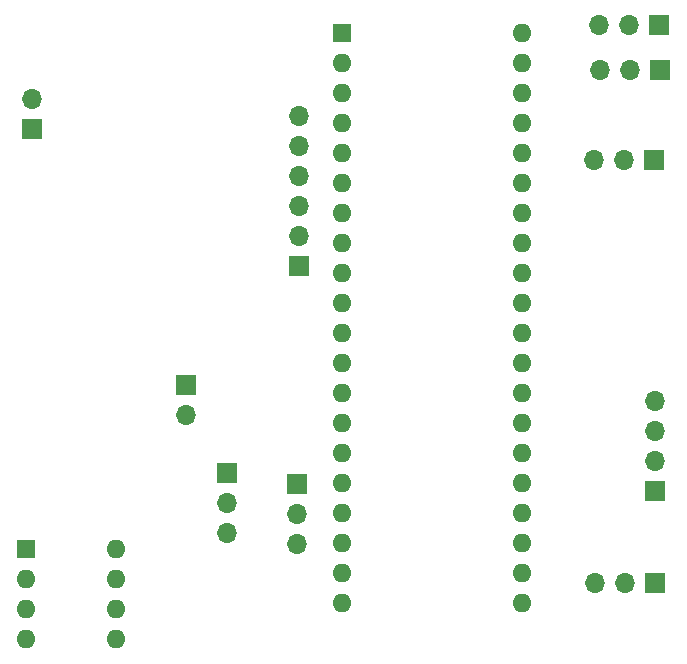
<source format=gbr>
%TF.GenerationSoftware,KiCad,Pcbnew,(6.0.7-1)-1*%
%TF.CreationDate,2023-05-02T22:47:36-04:00*%
%TF.ProjectId,pcb,7063622e-6b69-4636-9164-5f7063625858,rev?*%
%TF.SameCoordinates,Original*%
%TF.FileFunction,Soldermask,Bot*%
%TF.FilePolarity,Negative*%
%FSLAX46Y46*%
G04 Gerber Fmt 4.6, Leading zero omitted, Abs format (unit mm)*
G04 Created by KiCad (PCBNEW (6.0.7-1)-1) date 2023-05-02 22:47:36*
%MOMM*%
%LPD*%
G01*
G04 APERTURE LIST*
%ADD10R,1.700000X1.700000*%
%ADD11O,1.700000X1.700000*%
%ADD12O,1.600000X1.600000*%
%ADD13R,1.600000X1.600000*%
G04 APERTURE END LIST*
D10*
%TO.C,J7*%
X126900000Y-109400000D03*
D11*
X126900000Y-111940000D03*
X126900000Y-114480000D03*
%TD*%
D10*
%TO.C,J8*%
X132900000Y-110300000D03*
D11*
X132900000Y-112840000D03*
X132900000Y-115380000D03*
%TD*%
D12*
%TO.C,U1*%
X151915000Y-72175000D03*
X151915000Y-74715000D03*
X151915000Y-77255000D03*
X151915000Y-79795000D03*
X151915000Y-82335000D03*
X151915000Y-84875000D03*
X151915000Y-87415000D03*
X151915000Y-89955000D03*
X151915000Y-92495000D03*
X151915000Y-95035000D03*
X151915000Y-97575000D03*
X151915000Y-100115000D03*
X151915000Y-102655000D03*
X151915000Y-105195000D03*
X151915000Y-107735000D03*
X151915000Y-110275000D03*
X151915000Y-112815000D03*
X151915000Y-115355000D03*
X151915000Y-117895000D03*
X151915000Y-120435000D03*
X136675000Y-120435000D03*
X136675000Y-117895000D03*
X136675000Y-115355000D03*
X136675000Y-112815000D03*
X136675000Y-110275000D03*
X136675000Y-107735000D03*
X136675000Y-105195000D03*
X136675000Y-102655000D03*
X136675000Y-100115000D03*
X136675000Y-97575000D03*
X136675000Y-95035000D03*
X136675000Y-92495000D03*
X136675000Y-89955000D03*
X136675000Y-87415000D03*
X136675000Y-84875000D03*
X136675000Y-82335000D03*
X136675000Y-79795000D03*
X136675000Y-77255000D03*
X136675000Y-74715000D03*
D13*
X136675000Y-72175000D03*
%TD*%
D10*
%TO.C,J6*%
X133000000Y-91850000D03*
D11*
X133000000Y-89310000D03*
X133000000Y-86770000D03*
X133000000Y-84230000D03*
X133000000Y-81690000D03*
X133000000Y-79150000D03*
%TD*%
D10*
%TO.C,J4*%
X163125000Y-82900000D03*
D11*
X160585000Y-82900000D03*
X158045000Y-82900000D03*
%TD*%
D10*
%TO.C,J12*%
X110400000Y-80300000D03*
D11*
X110400000Y-77760000D03*
%TD*%
D10*
%TO.C,J2*%
X163480000Y-71500000D03*
D11*
X160940000Y-71500000D03*
X158400000Y-71500000D03*
%TD*%
D10*
%TO.C,J1*%
X163200000Y-118700000D03*
D11*
X160660000Y-118700000D03*
X158120000Y-118700000D03*
%TD*%
D10*
%TO.C,J13*%
X123500000Y-101900000D03*
D11*
X123500000Y-104440000D03*
%TD*%
D10*
%TO.C,J3*%
X163625000Y-75300000D03*
D11*
X161085000Y-75300000D03*
X158545000Y-75300000D03*
%TD*%
D13*
%TO.C,U4*%
X109900000Y-115800000D03*
D12*
X109900000Y-118340000D03*
X109900000Y-120880000D03*
X109900000Y-123420000D03*
X117520000Y-123420000D03*
X117520000Y-120880000D03*
X117520000Y-118340000D03*
X117520000Y-115800000D03*
%TD*%
D10*
%TO.C,J5*%
X163200000Y-110900000D03*
D11*
X163200000Y-108360000D03*
X163200000Y-105820000D03*
X163200000Y-103280000D03*
%TD*%
M02*

</source>
